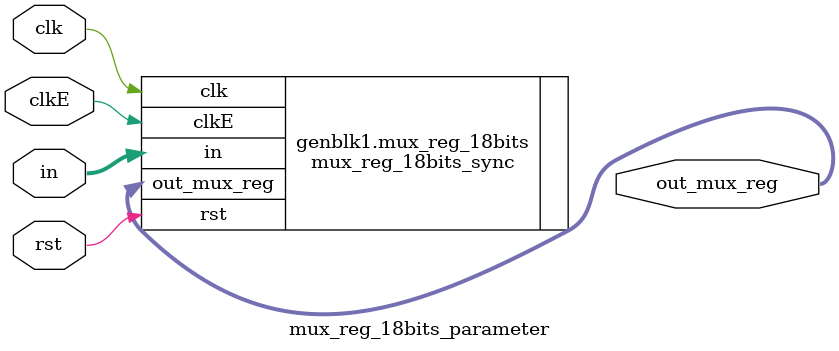
<source format=v>
module mux_reg_18bits_parameter(out_mux_reg, in, clk, clkE, rst);
    parameter Reg_state = "1"      ;
    parameter rst_state = "SYNC"   ;
    parameter width_reg = 18   ;

    input [width_reg - 1:0] in ;
    input clk                      ;
    input clkE                     ;
    input rst                      ;

    output [width_reg - 1:0] out_mux_reg ;

    generate
        if (rst_state == "SYNC") begin
            mux_reg_18bits_sync #(.Reg_state(Reg_state), .width_reg(width_reg)) 
            mux_reg_18bits (.out_mux_reg(out_mux_reg), .in(in), .clk(clk), .clkE(clkE), .rst(rst));
        end
        else begin
            mux_reg_18bits_async #(.Reg_state(Reg_state), .width_reg(width_reg)) 
            mux_reg_18bits (.out_mux_reg(out_mux_reg), .in(in), .clk(clk), .clkE(clkE), .rst(rst));
        end
    endgenerate
endmodule
</source>
